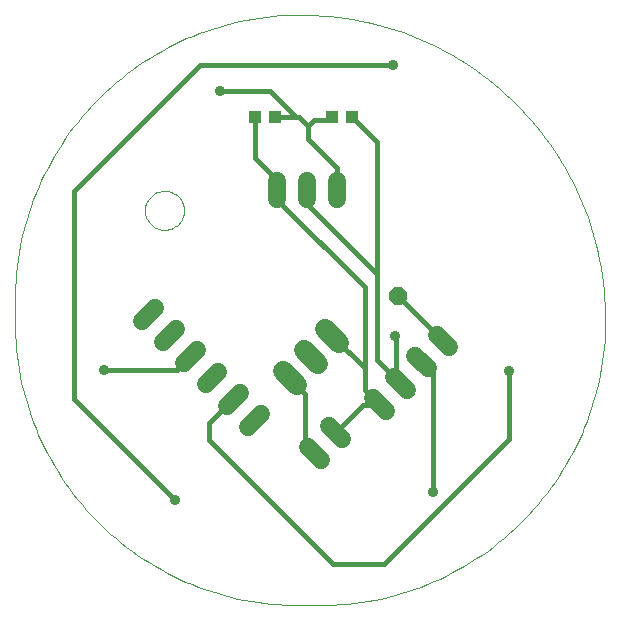
<source format=gtl>
G75*
%MOIN*%
%OFA0B0*%
%FSLAX24Y24*%
%IPPOS*%
%LPD*%
%AMOC8*
5,1,8,0,0,1.08239X$1,22.5*
%
%ADD10C,0.0000*%
%ADD11C,0.0600*%
%ADD12OC8,0.0600*%
%ADD13C,0.0660*%
%ADD14R,0.0433X0.0394*%
%ADD15C,0.0160*%
%ADD16C,0.0356*%
D10*
X000100Y009565D02*
X000100Y010260D01*
X004439Y013261D02*
X004441Y013311D01*
X004447Y013361D01*
X004457Y013411D01*
X004470Y013459D01*
X004487Y013507D01*
X004508Y013553D01*
X004532Y013597D01*
X004560Y013639D01*
X004591Y013679D01*
X004625Y013716D01*
X004662Y013751D01*
X004701Y013782D01*
X004742Y013811D01*
X004786Y013836D01*
X004832Y013858D01*
X004879Y013876D01*
X004927Y013890D01*
X004976Y013901D01*
X005026Y013908D01*
X005076Y013911D01*
X005127Y013910D01*
X005177Y013905D01*
X005227Y013896D01*
X005275Y013884D01*
X005323Y013867D01*
X005369Y013847D01*
X005414Y013824D01*
X005457Y013797D01*
X005497Y013767D01*
X005535Y013734D01*
X005570Y013698D01*
X005603Y013659D01*
X005632Y013618D01*
X005658Y013575D01*
X005681Y013530D01*
X005700Y013483D01*
X005715Y013435D01*
X005727Y013386D01*
X005735Y013336D01*
X005739Y013286D01*
X005739Y013236D01*
X005735Y013186D01*
X005727Y013136D01*
X005715Y013087D01*
X005700Y013039D01*
X005681Y012992D01*
X005658Y012947D01*
X005632Y012904D01*
X005603Y012863D01*
X005570Y012824D01*
X005535Y012788D01*
X005497Y012755D01*
X005457Y012725D01*
X005414Y012698D01*
X005369Y012675D01*
X005323Y012655D01*
X005275Y012638D01*
X005227Y012626D01*
X005177Y012617D01*
X005127Y012612D01*
X005076Y012611D01*
X005026Y012614D01*
X004976Y012621D01*
X004927Y012632D01*
X004879Y012646D01*
X004832Y012664D01*
X004786Y012686D01*
X004742Y012711D01*
X004701Y012740D01*
X004662Y012771D01*
X004625Y012806D01*
X004591Y012843D01*
X004560Y012883D01*
X004532Y012925D01*
X004508Y012969D01*
X004487Y013015D01*
X004470Y013063D01*
X004457Y013111D01*
X004447Y013161D01*
X004441Y013211D01*
X004439Y013261D01*
X000100Y010260D02*
X000103Y010490D01*
X000111Y010720D01*
X000125Y010950D01*
X000144Y011179D01*
X000169Y011408D01*
X000200Y011636D01*
X000236Y011864D01*
X000277Y012090D01*
X000324Y012315D01*
X000377Y012539D01*
X000435Y012762D01*
X000498Y012984D01*
X000566Y013203D01*
X000640Y013421D01*
X000719Y013638D01*
X000803Y013852D01*
X000893Y014064D01*
X000987Y014274D01*
X001087Y014481D01*
X001191Y014686D01*
X001300Y014889D01*
X001415Y015089D01*
X001534Y015286D01*
X001658Y015480D01*
X001786Y015671D01*
X001919Y015859D01*
X002057Y016043D01*
X002199Y016224D01*
X002345Y016402D01*
X002495Y016576D01*
X002650Y016747D01*
X002809Y016913D01*
X002972Y017076D01*
X003138Y017235D01*
X003309Y017390D01*
X003483Y017540D01*
X003661Y017686D01*
X003842Y017828D01*
X004026Y017966D01*
X004214Y018099D01*
X004405Y018227D01*
X004599Y018351D01*
X004796Y018470D01*
X004996Y018585D01*
X005199Y018694D01*
X005404Y018798D01*
X005611Y018898D01*
X005821Y018992D01*
X006033Y019082D01*
X006247Y019166D01*
X006464Y019245D01*
X006682Y019319D01*
X006901Y019387D01*
X007123Y019450D01*
X007346Y019508D01*
X007570Y019561D01*
X007795Y019608D01*
X008021Y019649D01*
X008249Y019685D01*
X008477Y019716D01*
X008706Y019741D01*
X008935Y019760D01*
X009165Y019774D01*
X009395Y019782D01*
X009625Y019785D01*
X009874Y019782D01*
X010124Y019773D01*
X010372Y019757D01*
X010621Y019736D01*
X010869Y019709D01*
X011116Y019675D01*
X011362Y019635D01*
X011607Y019590D01*
X011851Y019538D01*
X012094Y019481D01*
X012335Y019417D01*
X012574Y019348D01*
X012812Y019272D01*
X013048Y019191D01*
X013282Y019104D01*
X013513Y019012D01*
X013742Y018913D01*
X013969Y018810D01*
X014193Y018700D01*
X014414Y018585D01*
X014633Y018465D01*
X014848Y018340D01*
X015061Y018209D01*
X015270Y018073D01*
X015475Y017932D01*
X015677Y017786D01*
X015876Y017635D01*
X016070Y017479D01*
X016261Y017318D01*
X016448Y017153D01*
X016631Y016983D01*
X016809Y016809D01*
X016983Y016631D01*
X017153Y016448D01*
X017318Y016261D01*
X017479Y016070D01*
X017635Y015876D01*
X017786Y015677D01*
X017932Y015475D01*
X018073Y015270D01*
X018209Y015061D01*
X018340Y014848D01*
X018465Y014633D01*
X018585Y014414D01*
X018700Y014193D01*
X018810Y013969D01*
X018913Y013742D01*
X019012Y013513D01*
X019104Y013282D01*
X019191Y013048D01*
X019272Y012812D01*
X019348Y012574D01*
X019417Y012335D01*
X019481Y012094D01*
X019538Y011851D01*
X019590Y011607D01*
X019635Y011362D01*
X019675Y011116D01*
X019709Y010869D01*
X019736Y010621D01*
X019757Y010372D01*
X019773Y010124D01*
X019782Y009874D01*
X019785Y009625D01*
X019782Y009395D01*
X019774Y009165D01*
X019760Y008935D01*
X019741Y008706D01*
X019716Y008477D01*
X019685Y008249D01*
X019649Y008021D01*
X019608Y007795D01*
X019561Y007570D01*
X019508Y007346D01*
X019450Y007123D01*
X019387Y006901D01*
X019319Y006682D01*
X019245Y006464D01*
X019166Y006247D01*
X019082Y006033D01*
X018992Y005821D01*
X018898Y005611D01*
X018798Y005404D01*
X018694Y005199D01*
X018585Y004996D01*
X018470Y004796D01*
X018351Y004599D01*
X018227Y004405D01*
X018099Y004214D01*
X017966Y004026D01*
X017828Y003842D01*
X017686Y003661D01*
X017540Y003483D01*
X017390Y003309D01*
X017235Y003138D01*
X017076Y002972D01*
X016913Y002809D01*
X016747Y002650D01*
X016576Y002495D01*
X016402Y002345D01*
X016224Y002199D01*
X016043Y002057D01*
X015859Y001919D01*
X015671Y001786D01*
X015480Y001658D01*
X015286Y001534D01*
X015089Y001415D01*
X014889Y001300D01*
X014686Y001191D01*
X014481Y001087D01*
X014274Y000987D01*
X014064Y000893D01*
X013852Y000803D01*
X013638Y000719D01*
X013421Y000640D01*
X013203Y000566D01*
X012984Y000498D01*
X012762Y000435D01*
X012539Y000377D01*
X012315Y000324D01*
X012090Y000277D01*
X011864Y000236D01*
X011636Y000200D01*
X011408Y000169D01*
X011179Y000144D01*
X010950Y000125D01*
X010720Y000111D01*
X010490Y000103D01*
X010260Y000100D01*
X009565Y000100D01*
X009336Y000103D01*
X009108Y000111D01*
X008879Y000125D01*
X008651Y000144D01*
X008424Y000169D01*
X008197Y000199D01*
X007972Y000235D01*
X007747Y000276D01*
X007523Y000323D01*
X007300Y000375D01*
X007078Y000432D01*
X006859Y000495D01*
X006640Y000563D01*
X006423Y000637D01*
X006209Y000715D01*
X005996Y000799D01*
X005785Y000888D01*
X005576Y000981D01*
X005370Y001080D01*
X005166Y001184D01*
X004965Y001293D01*
X004767Y001406D01*
X004571Y001525D01*
X004378Y001648D01*
X004188Y001775D01*
X004002Y001908D01*
X003818Y002044D01*
X003638Y002185D01*
X003462Y002331D01*
X003289Y002480D01*
X003119Y002634D01*
X002954Y002792D01*
X002792Y002954D01*
X002634Y003119D01*
X002480Y003289D01*
X002331Y003462D01*
X002185Y003638D01*
X002044Y003818D01*
X001908Y004002D01*
X001775Y004188D01*
X001648Y004378D01*
X001525Y004571D01*
X001406Y004767D01*
X001293Y004965D01*
X001184Y005166D01*
X001080Y005370D01*
X000981Y005576D01*
X000888Y005785D01*
X000799Y005996D01*
X000715Y006209D01*
X000637Y006423D01*
X000563Y006640D01*
X000495Y006859D01*
X000432Y007078D01*
X000375Y007300D01*
X000323Y007523D01*
X000276Y007747D01*
X000235Y007972D01*
X000199Y008197D01*
X000169Y008424D01*
X000144Y008651D01*
X000125Y008879D01*
X000111Y009108D01*
X000103Y009336D01*
X000100Y009565D01*
D11*
X004340Y009586D02*
X004764Y010010D01*
X005471Y009303D02*
X005047Y008879D01*
X005754Y008171D02*
X006179Y008596D01*
X006886Y007889D02*
X006461Y007464D01*
X007169Y006757D02*
X007593Y007181D01*
X008300Y006474D02*
X007876Y006050D01*
X009874Y005369D02*
X010299Y004944D01*
X011006Y005651D02*
X010581Y006076D01*
X012037Y007001D02*
X012461Y006577D01*
X013169Y007284D02*
X012744Y007709D01*
X013451Y008416D02*
X013876Y007991D01*
X014583Y008699D02*
X014159Y009123D01*
X010840Y013640D02*
X010840Y014240D01*
X009840Y014240D02*
X009840Y013640D01*
X008840Y013640D02*
X008840Y014240D01*
D12*
X012880Y010400D03*
D13*
X010908Y008856D02*
X010442Y009323D01*
X009734Y008616D02*
X010201Y008149D01*
X009494Y007442D02*
X009027Y007908D01*
D14*
X008765Y016380D03*
X008095Y016380D03*
X010675Y016370D03*
X011345Y016370D03*
D15*
X012190Y015525D01*
X012190Y011130D01*
X009840Y013480D01*
X009840Y013940D01*
X008840Y013940D02*
X008840Y013620D01*
X011760Y010700D01*
X011760Y008004D01*
X011760Y007279D01*
X012249Y006789D01*
X011719Y006789D01*
X010794Y005864D01*
X009950Y005390D02*
X009950Y005293D01*
X010086Y005156D01*
X009950Y005390D02*
X009780Y005560D01*
X009780Y007150D01*
X009261Y007669D01*
X009261Y007675D01*
X010675Y009089D02*
X011760Y008004D01*
X012190Y008263D02*
X012190Y011130D01*
X012880Y010400D02*
X013820Y009461D01*
X014371Y008911D01*
X013664Y008204D02*
X014040Y007827D01*
X014040Y003870D01*
X012410Y001480D02*
X010710Y001480D01*
X006590Y005600D01*
X006590Y006179D01*
X007381Y006969D01*
X005966Y008384D02*
X005513Y007930D01*
X003060Y007930D01*
X002080Y006970D02*
X002080Y013910D01*
X006280Y018110D01*
X012700Y018110D01*
X010675Y016370D02*
X010575Y016270D01*
X010090Y016270D01*
X009880Y016060D01*
X009560Y016380D01*
X008765Y016380D01*
X008785Y016360D01*
X009490Y016360D01*
X008620Y017230D01*
X006930Y017230D01*
X008095Y016380D02*
X008100Y015875D01*
X008100Y015010D01*
X008830Y014280D01*
X008840Y013940D01*
X009880Y015640D02*
X009880Y016060D01*
X009880Y015640D02*
X010840Y014680D01*
X010840Y013940D01*
X012760Y009070D02*
X012816Y009014D01*
X012816Y007636D01*
X012190Y008263D01*
X012816Y007636D02*
X012956Y007496D01*
X016560Y007910D02*
X016560Y005630D01*
X012410Y001480D01*
X005440Y003610D02*
X002080Y006970D01*
D16*
X005440Y003610D03*
X003060Y007930D03*
X006930Y017230D03*
X012700Y018110D03*
X012760Y009070D03*
X016560Y007910D03*
X014040Y003870D03*
M02*

</source>
